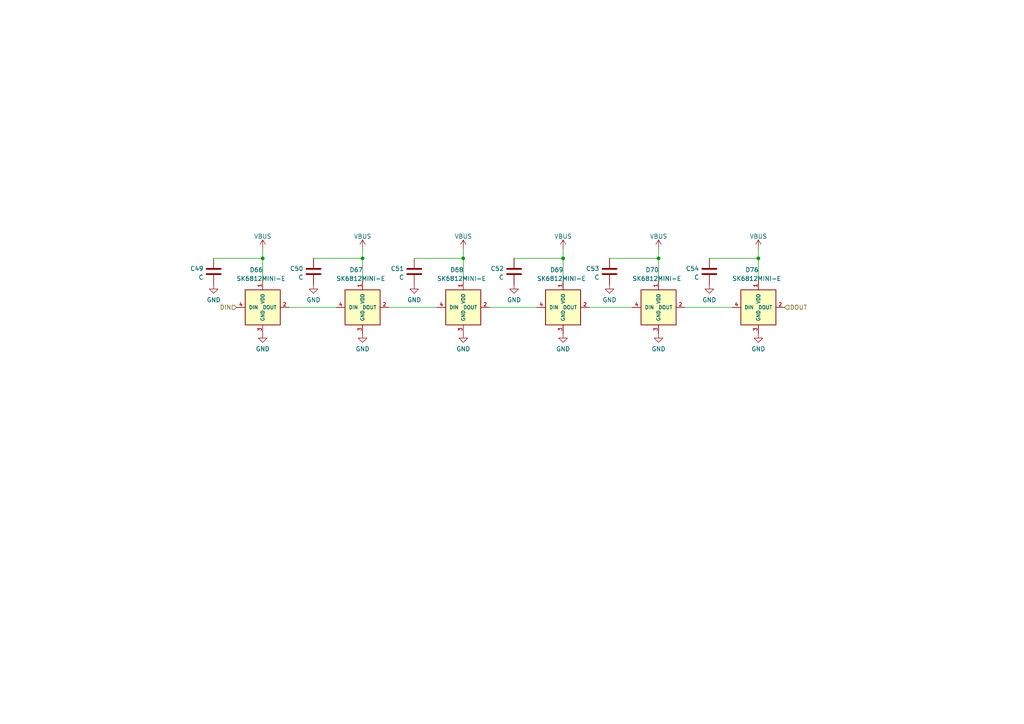
<source format=kicad_sch>
(kicad_sch (version 20230121) (generator eeschema)
  (paper "A4")
  (title_block (title "simplyKeeb-S60") (date "2022-12-18") (rev "2.0") (comment 1 "Designed by Gerrit 'Geaz' Gazic"))
  (lib_symbols
    (symbol "Device:C" (pin_numbers hide) (pin_names (offset 0.254))
      (property "Reference" "C" (at 0.635 2.54 0))
      (property "Value" "C" (at 0.635 -2.54 0))
      (symbol "C_0_1"
        (polyline (pts (xy -2.032 -0.762) (xy 2.032 -0.762)) (stroke (width 0.508)))
        (polyline (pts (xy -2.032 0.762) (xy 2.032 0.762)) (stroke (width 0.508)))
      )
      (symbol "C_1_1"
        (pin passive line (at 0 3.81 270) (length 2.794) (name "~") (number "1"))
        (pin passive line (at 0 -3.81 90) (length 2.794) (name "~") (number "2"))
      )
    )
    (symbol "power:GND" (power) (pin_names (offset 0))
      (property "Value" "GND" (at 0 -3.81 0))
      (symbol "GND_0_1"
        (polyline (pts (xy 0 0) (xy 0 -1.27) (xy 1.27 -1.27) (xy 0 -2.54) (xy -1.27 -1.27) (xy 0 -1.27)))
      )
      (symbol "GND_1_1"
        (pin power_in line (at 0 0 270) (length 0) hide (name "GND") (number "1"))
      )
    )
    (symbol "power:VBUS" (power) (pin_names (offset 0))
      (property "Value" "VBUS" (at 0 3.81 0))
      (symbol "VBUS_0_1"
        (polyline (pts (xy -0.762 1.27) (xy 0 2.54)))
        (polyline (pts (xy 0 0) (xy 0 2.54)))
        (polyline (pts (xy 0 2.54) (xy 0.762 1.27)))
      )
      (symbol "VBUS_1_1"
        (pin power_in line (at 0 0 90) (length 0) hide (name "VBUS") (number "1"))
      )
    )
    (symbol "simplyKeeb:SK6812MINI-E" (pin_names (offset 1.016))
      (property "Reference" "D" (at -3.81 8.89 0))
      (property "Value" "SK6812MINI-E" (at -7.62 6.35 0))
      (symbol "SK6812MINI-E_0_0"
        (rectangle (start -5.08 3.81) (end 5.08 -6.35) (stroke (width 0.254)) (fill (type background)))
        (pin power_in line (at 0 6.35 270) (length 2.54) (name "VDD") (number "1"))
        (pin output line (at 7.62 -1.27 180) (length 2.54) (name "DOUT") (number "2"))
        (pin power_in line (at 0 -8.89 90) (length 2.54) (name "GND") (number "3"))
        (pin input line (at -7.62 -1.27 0) (length 2.54) (name "DIN") (number "4"))
      )
    )
  )
  (junction (at 134.366 74.93))
  (junction (at 219.964 74.93))
  (junction (at 191.008 74.93))
  (junction (at 76.2 74.93))
  (junction (at 163.322 74.93))
  (junction (at 105.156 74.93))
  (wire (pts (xy 76.2 74.93) (xy 76.2 81.534)))
  (wire (pts (xy 191.008 72.136) (xy 191.008 74.93)))
  (wire (pts (xy 219.964 72.136) (xy 219.964 74.93)))
  (wire (pts (xy 76.2 72.136) (xy 76.2 74.93)))
  (wire (pts (xy 105.156 72.136) (xy 105.156 74.93)))
  (wire (pts (xy 170.942 89.154) (xy 183.388 89.154)))
  (wire (pts (xy 76.2 74.93) (xy 61.976 74.93)))
  (wire (pts (xy 105.156 74.93) (xy 90.932 74.93)))
  (wire (pts (xy 134.366 74.93) (xy 134.366 81.534)))
  (wire (pts (xy 219.964 74.93) (xy 205.74 74.93)))
  (wire (pts (xy 198.628 89.154) (xy 212.344 89.154)))
  (wire (pts (xy 134.366 74.93) (xy 120.142 74.93)))
  (wire (pts (xy 219.964 74.93) (xy 219.964 81.534)))
  (wire (pts (xy 191.008 74.93) (xy 176.784 74.93)))
  (wire (pts (xy 191.008 74.93) (xy 191.008 81.534)))
  (wire (pts (xy 105.156 74.93) (xy 105.156 81.534)))
  (wire (pts (xy 83.82 89.154) (xy 97.536 89.154)))
  (wire (pts (xy 112.776 89.154) (xy 126.746 89.154)))
  (wire (pts (xy 163.322 74.93) (xy 149.098 74.93)))
  (wire (pts (xy 163.322 72.136) (xy 163.322 74.93)))
  (wire (pts (xy 163.322 74.93) (xy 163.322 81.534)))
  (wire (pts (xy 134.366 72.136) (xy 134.366 74.93)))
  (wire (pts (xy 141.986 89.154) (xy 155.702 89.154)))
  (hierarchical_label "DIN" (shape input) (at 68.58 89.154 180))
  (hierarchical_label "DOUT" (shape input) (at 227.584 89.154 0))
  (symbol (lib_id "Device:C") (at 120.142 78.74 0) (mirror y) (unit 1)
    (property "Reference" "C51" (at 117.221 77.9053 0) (effects (justify left)))
    (property "Value" "C" (at 117.221 80.4422 0) (effects (justify left)))
    (property "Footprint" "Capacitor_SMD:C_0402_1005Metric" (effects hide))
    (instances (project "simplyKeeb-60K" (path "" (reference "C51") (unit 1)) (path "" (reference "C57") (unit 1)) (path "" (reference "C63") (unit 1)) (path "" (reference "C69") (unit 1)) (path "" (reference "C75") (unit 1)) (path "" (reference "C81") (unit 1)) (path "" (reference "C87") (unit 1)) (path "" (reference "C93") (unit 1)) (path "" (reference "C99") (unit 1)) (path "" (reference "C21") (unit 1)) (path "" (reference "C27") (unit 1)) (path "" (reference "C33") (unit 1)) (path "" (reference "C39") (unit 1)) (path "" (reference "C45") (unit 1)) (path "" (reference "C105") (unit 1)) (path "" (reference "C111") (unit 1)) (path "" (reference "C117") (unit 1)) (path "" (reference "C123") (unit 1))))
  )
  (symbol (lib_id "power:GND") (at 90.932 82.55 0) (unit 1)
    (property "Reference" "#PWR0124" (effects hide))
    (property "Value" "GND" (at 90.932 86.9934 0))
    (instances (project "simplyKeeb-60K" (path "" (reference "#PWR0124") (unit 1)) (path "" (reference "#PWR0142") (unit 1)) (path "" (reference "#PWR0160") (unit 1)) (path "" (reference "#PWR0178") (unit 1)) (path "" (reference "#PWR0196") (unit 1)) (path "" (reference "#PWR0214") (unit 1)) (path "" (reference "#PWR0232") (unit 1)) (path "" (reference "#PWR0250") (unit 1)) (path "" (reference "#PWR0268") (unit 1)) (path "" (reference "#PWR030") (unit 1)) (path "" (reference "#PWR048") (unit 1)) (path "" (reference "#PWR066") (unit 1)) (path "" (reference "#PWR084") (unit 1)) (path "" (reference "#PWR0106") (unit 1)) (path "" (reference "#PWR0286") (unit 1)) (path "" (reference "#PWR0304") (unit 1)) (path "" (reference "#PWR0322") (unit 1)) (path "" (reference "#PWR0340") (unit 1))))
  )
  (symbol (lib_id "simplyKeeb:SK6812MINI-E") (at 191.008 87.884 0) (unit 1)
    (property "Reference" "D70" (at 187.198 78.994 0) (effects (justify left bottom)))
    (property "Value" "SK6812MINI-E" (at 183.388 81.534 0) (effects (justify left bottom)))
    (property "Footprint" "simplyKeeb:MX_SK6812MINI-E" (effects hide))
    (instances (project "simplyKeeb-60K" (path "" (reference "D70") (unit 1)) (path "" (reference "D81") (unit 1)) (path "" (reference "D92") (unit 1)) (path "" (reference "D103") (unit 1)) (path "" (reference "D114") (unit 1)) (path "" (reference "D125") (unit 1)) (path "" (reference "D131") (unit 1)) (path "" (reference "D137") (unit 1)) (path "" (reference "D143") (unit 1)) (path "" (reference "D5") (unit 1)) (path "" (reference "D21") (unit 1)) (path "" (reference "D32") (unit 1)) (path "" (reference "D43") (unit 1)) (path "" (reference "D54") (unit 1)) (path "" (reference "D149") (unit 1)) (path "" (reference "D155") (unit 1)) (path "" (reference "D161") (unit 1)) (path "" (reference "D167") (unit 1))))
  )
  (symbol (lib_id "power:VBUS") (at 163.322 72.136 0) (unit 1)
    (property "Reference" "#PWR0131" (effects hide))
    (property "Value" "VBUS" (at 163.322 68.5602 0))
    (instances (project "simplyKeeb-60K" (path "" (reference "#PWR0131") (unit 1)) (path "" (reference "#PWR0149") (unit 1)) (path "" (reference "#PWR0167") (unit 1)) (path "" (reference "#PWR0185") (unit 1)) (path "" (reference "#PWR0203") (unit 1)) (path "" (reference "#PWR0221") (unit 1)) (path "" (reference "#PWR0239") (unit 1)) (path "" (reference "#PWR0257") (unit 1)) (path "" (reference "#PWR0275") (unit 1)) (path "" (reference "#PWR037") (unit 1)) (path "" (reference "#PWR055") (unit 1)) (path "" (reference "#PWR073") (unit 1)) (path "" (reference "#PWR091") (unit 1)) (path "" (reference "#PWR0113") (unit 1)) (path "" (reference "#PWR0293") (unit 1)) (path "" (reference "#PWR0311") (unit 1)) (path "" (reference "#PWR0329") (unit 1)) (path "" (reference "#PWR0347") (unit 1))))
  )
  (symbol (lib_id "power:VBUS") (at 105.156 72.136 0) (unit 1)
    (property "Reference" "#PWR0125" (effects hide))
    (property "Value" "VBUS" (at 105.156 68.5602 0))
    (instances (project "simplyKeeb-60K" (path "" (reference "#PWR0125") (unit 1)) (path "" (reference "#PWR0143") (unit 1)) (path "" (reference "#PWR0161") (unit 1)) (path "" (reference "#PWR0179") (unit 1)) (path "" (reference "#PWR0197") (unit 1)) (path "" (reference "#PWR0215") (unit 1)) (path "" (reference "#PWR0233") (unit 1)) (path "" (reference "#PWR0251") (unit 1)) (path "" (reference "#PWR0269") (unit 1)) (path "" (reference "#PWR031") (unit 1)) (path "" (reference "#PWR049") (unit 1)) (path "" (reference "#PWR067") (unit 1)) (path "" (reference "#PWR085") (unit 1)) (path "" (reference "#PWR0107") (unit 1)) (path "" (reference "#PWR0287") (unit 1)) (path "" (reference "#PWR0305") (unit 1)) (path "" (reference "#PWR0323") (unit 1)) (path "" (reference "#PWR0341") (unit 1))))
  )
  (symbol (lib_id "simplyKeeb:SK6812MINI-E") (at 163.322 87.884 0) (unit 1)
    (property "Reference" "D69" (at 159.512 78.994 0) (effects (justify left bottom)))
    (property "Value" "SK6812MINI-E" (at 155.702 81.534 0) (effects (justify left bottom)))
    (property "Footprint" "simplyKeeb:MX_SK6812MINI-E" (effects hide))
    (instances (project "simplyKeeb-60K" (path "" (reference "D69") (unit 1)) (path "" (reference "D80") (unit 1)) (path "" (reference "D91") (unit 1)) (path "" (reference "D102") (unit 1)) (path "" (reference "D113") (unit 1)) (path "" (reference "D124") (unit 1)) (path "" (reference "D130") (unit 1)) (path "" (reference "D136") (unit 1)) (path "" (reference "D142") (unit 1)) (path "" (reference "D4") (unit 1)) (path "" (reference "D15") (unit 1)) (path "" (reference "D31") (unit 1)) (path "" (reference "D42") (unit 1)) (path "" (reference "D53") (unit 1)) (path "" (reference "D148") (unit 1)) (path "" (reference "D154") (unit 1)) (path "" (reference "D160") (unit 1)) (path "" (reference "D166") (unit 1))))
  )
  (symbol (lib_id "Device:C") (at 176.784 78.74 0) (mirror y) (unit 1)
    (property "Reference" "C53" (at 173.863 77.9053 0) (effects (justify left)))
    (property "Value" "C" (at 173.863 80.4422 0) (effects (justify left)))
    (property "Footprint" "Capacitor_SMD:C_0402_1005Metric" (effects hide))
    (instances (project "simplyKeeb-60K" (path "" (reference "C53") (unit 1)) (path "" (reference "C59") (unit 1)) (path "" (reference "C65") (unit 1)) (path "" (reference "C71") (unit 1)) (path "" (reference "C77") (unit 1)) (path "" (reference "C83") (unit 1)) (path "" (reference "C89") (unit 1)) (path "" (reference "C95") (unit 1)) (path "" (reference "C101") (unit 1)) (path "" (reference "C23") (unit 1)) (path "" (reference "C29") (unit 1)) (path "" (reference "C35") (unit 1)) (path "" (reference "C41") (unit 1)) (path "" (reference "C47") (unit 1)) (path "" (reference "C107") (unit 1)) (path "" (reference "C113") (unit 1)) (path "" (reference "C119") (unit 1)) (path "" (reference "C125") (unit 1))))
  )
  (symbol (lib_id "power:GND") (at 205.74 82.55 0) (unit 1)
    (property "Reference" "#PWR0136" (effects hide))
    (property "Value" "GND" (at 205.74 86.9934 0))
    (instances (project "simplyKeeb-60K" (path "" (reference "#PWR0136") (unit 1)) (path "" (reference "#PWR0154") (unit 1)) (path "" (reference "#PWR0172") (unit 1)) (path "" (reference "#PWR0190") (unit 1)) (path "" (reference "#PWR0208") (unit 1)) (path "" (reference "#PWR0226") (unit 1)) (path "" (reference "#PWR0244") (unit 1)) (path "" (reference "#PWR0262") (unit 1)) (path "" (reference "#PWR0280") (unit 1)) (path "" (reference "#PWR042") (unit 1)) (path "" (reference "#PWR060") (unit 1)) (path "" (reference "#PWR078") (unit 1)) (path "" (reference "#PWR096") (unit 1)) (path "" (reference "#PWR0118") (unit 1)) (path "" (reference "#PWR0298") (unit 1)) (path "" (reference "#PWR0316") (unit 1)) (path "" (reference "#PWR0334") (unit 1)) (path "" (reference "#PWR0352") (unit 1))))
  )
  (symbol (lib_id "power:GND") (at 105.156 96.774 0) (unit 1)
    (property "Reference" "#PWR0126" (effects hide))
    (property "Value" "GND" (at 105.156 101.2174 0))
    (instances (project "simplyKeeb-60K" (path "" (reference "#PWR0126") (unit 1)) (path "" (reference "#PWR0144") (unit 1)) (path "" (reference "#PWR0162") (unit 1)) (path "" (reference "#PWR0180") (unit 1)) (path "" (reference "#PWR0198") (unit 1)) (path "" (reference "#PWR0216") (unit 1)) (path "" (reference "#PWR0234") (unit 1)) (path "" (reference "#PWR0252") (unit 1)) (path "" (reference "#PWR0270") (unit 1)) (path "" (reference "#PWR032") (unit 1)) (path "" (reference "#PWR050") (unit 1)) (path "" (reference "#PWR068") (unit 1)) (path "" (reference "#PWR086") (unit 1)) (path "" (reference "#PWR0108") (unit 1)) (path "" (reference "#PWR0288") (unit 1)) (path "" (reference "#PWR0306") (unit 1)) (path "" (reference "#PWR0324") (unit 1)) (path "" (reference "#PWR0342") (unit 1))))
  )
  (symbol (lib_id "power:GND") (at 76.2 96.774 0) (unit 1)
    (property "Reference" "#PWR0123" (effects hide))
    (property "Value" "GND" (at 76.2 101.2174 0))
    (instances (project "simplyKeeb-60K" (path "" (reference "#PWR0123") (unit 1)) (path "" (reference "#PWR0141") (unit 1)) (path "" (reference "#PWR0159") (unit 1)) (path "" (reference "#PWR0177") (unit 1)) (path "" (reference "#PWR0195") (unit 1)) (path "" (reference "#PWR0213") (unit 1)) (path "" (reference "#PWR0231") (unit 1)) (path "" (reference "#PWR0249") (unit 1)) (path "" (reference "#PWR0267") (unit 1)) (path "" (reference "#PWR029") (unit 1)) (path "" (reference "#PWR047") (unit 1)) (path "" (reference "#PWR065") (unit 1)) (path "" (reference "#PWR083") (unit 1)) (path "" (reference "#PWR0105") (unit 1)) (path "" (reference "#PWR0285") (unit 1)) (path "" (reference "#PWR0303") (unit 1)) (path "" (reference "#PWR0321") (unit 1)) (path "" (reference "#PWR0339") (unit 1))))
  )
  (symbol (lib_id "power:GND") (at 176.784 82.55 0) (unit 1)
    (property "Reference" "#PWR0133" (effects hide))
    (property "Value" "GND" (at 176.784 86.9934 0))
    (instances (project "simplyKeeb-60K" (path "" (reference "#PWR0133") (unit 1)) (path "" (reference "#PWR0151") (unit 1)) (path "" (reference "#PWR0169") (unit 1)) (path "" (reference "#PWR0187") (unit 1)) (path "" (reference "#PWR0205") (unit 1)) (path "" (reference "#PWR0223") (unit 1)) (path "" (reference "#PWR0241") (unit 1)) (path "" (reference "#PWR0259") (unit 1)) (path "" (reference "#PWR0277") (unit 1)) (path "" (reference "#PWR039") (unit 1)) (path "" (reference "#PWR057") (unit 1)) (path "" (reference "#PWR075") (unit 1)) (path "" (reference "#PWR093") (unit 1)) (path "" (reference "#PWR0115") (unit 1)) (path "" (reference "#PWR0295") (unit 1)) (path "" (reference "#PWR0313") (unit 1)) (path "" (reference "#PWR0331") (unit 1)) (path "" (reference "#PWR0349") (unit 1))))
  )
  (symbol (lib_id "simplyKeeb:SK6812MINI-E") (at 219.964 87.884 0) (unit 1)
    (property "Reference" "D76" (at 216.154 78.994 0) (effects (justify left bottom)))
    (property "Value" "SK6812MINI-E" (at 212.344 81.534 0) (effects (justify left bottom)))
    (property "Footprint" "simplyKeeb:MX_SK6812MINI-E" (effects hide))
    (instances (project "simplyKeeb-60K" (path "" (reference "D76") (unit 1)) (path "" (reference "D82") (unit 1)) (path "" (reference "D93") (unit 1)) (path "" (reference "D104") (unit 1)) (path "" (reference "D115") (unit 1)) (path "" (reference "D126") (unit 1)) (path "" (reference "D132") (unit 1)) (path "" (reference "D138") (unit 1)) (path "" (reference "D144") (unit 1)) (path "" (reference "D11") (unit 1)) (path "" (reference "D22") (unit 1)) (path "" (reference "D33") (unit 1)) (path "" (reference "D44") (unit 1)) (path "" (reference "D55") (unit 1)) (path "" (reference "D150") (unit 1)) (path "" (reference "D156") (unit 1)) (path "" (reference "D162") (unit 1)) (path "" (reference "D168") (unit 1))))
  )
  (symbol (lib_id "power:GND") (at 61.976 82.55 0) (unit 1)
    (property "Reference" "#PWR0121" (effects hide))
    (property "Value" "GND" (at 61.976 86.9934 0))
    (instances (project "simplyKeeb-60K" (path "" (reference "#PWR0121") (unit 1)) (path "" (reference "#PWR0139") (unit 1)) (path "" (reference "#PWR0157") (unit 1)) (path "" (reference "#PWR0175") (unit 1)) (path "" (reference "#PWR0193") (unit 1)) (path "" (reference "#PWR0211") (unit 1)) (path "" (reference "#PWR0229") (unit 1)) (path "" (reference "#PWR0247") (unit 1)) (path "" (reference "#PWR0265") (unit 1)) (path "" (reference "#PWR014") (unit 1)) (path "" (reference "#PWR045") (unit 1)) (path "" (reference "#PWR063") (unit 1)) (path "" (reference "#PWR081") (unit 1)) (path "" (reference "#PWR099") (unit 1)) (path "" (reference "#PWR0283") (unit 1)) (path "" (reference "#PWR0301") (unit 1)) (path "" (reference "#PWR0319") (unit 1)) (path "" (reference "#PWR0337") (unit 1))))
  )
  (symbol (lib_id "power:GND") (at 120.142 82.55 0) (unit 1)
    (property "Reference" "#PWR0127" (effects hide))
    (property "Value" "GND" (at 120.142 86.9934 0))
    (instances (project "simplyKeeb-60K" (path "" (reference "#PWR0127") (unit 1)) (path "" (reference "#PWR0145") (unit 1)) (path "" (reference "#PWR0163") (unit 1)) (path "" (reference "#PWR0181") (unit 1)) (path "" (reference "#PWR0199") (unit 1)) (path "" (reference "#PWR0217") (unit 1)) (path "" (reference "#PWR0235") (unit 1)) (path "" (reference "#PWR0253") (unit 1)) (path "" (reference "#PWR0271") (unit 1)) (path "" (reference "#PWR033") (unit 1)) (path "" (reference "#PWR051") (unit 1)) (path "" (reference "#PWR069") (unit 1)) (path "" (reference "#PWR087") (unit 1)) (path "" (reference "#PWR0109") (unit 1)) (path "" (reference "#PWR0289") (unit 1)) (path "" (reference "#PWR0307") (unit 1)) (path "" (reference "#PWR0325") (unit 1)) (path "" (reference "#PWR0343") (unit 1))))
  )
  (symbol (lib_id "power:GND") (at 191.008 96.774 0) (unit 1)
    (property "Reference" "#PWR0135" (effects hide))
    (property "Value" "GND" (at 191.008 101.2174 0))
    (instances (project "simplyKeeb-60K" (path "" (reference "#PWR0135") (unit 1)) (path "" (reference "#PWR0153") (unit 1)) (path "" (reference "#PWR0171") (unit 1)) (path "" (reference "#PWR0189") (unit 1)) (path "" (reference "#PWR0207") (unit 1)) (path "" (reference "#PWR0225") (unit 1)) (path "" (reference "#PWR0243") (unit 1)) (path "" (reference "#PWR0261") (unit 1)) (path "" (reference "#PWR0279") (unit 1)) (path "" (reference "#PWR041") (unit 1)) (path "" (reference "#PWR059") (unit 1)) (path "" (reference "#PWR077") (unit 1)) (path "" (reference "#PWR095") (unit 1)) (path "" (reference "#PWR0117") (unit 1)) (path "" (reference "#PWR0297") (unit 1)) (path "" (reference "#PWR0315") (unit 1)) (path "" (reference "#PWR0333") (unit 1)) (path "" (reference "#PWR0351") (unit 1))))
  )
  (symbol (lib_id "Device:C") (at 61.976 78.74 0) (mirror y) (unit 1)
    (property "Reference" "C49" (at 59.055 77.9053 0) (effects (justify left)))
    (property "Value" "C" (at 59.055 80.4422 0) (effects (justify left)))
    (property "Footprint" "Capacitor_SMD:C_0402_1005Metric" (effects hide))
    (instances (project "simplyKeeb-60K" (path "" (reference "C49") (unit 1)) (path "" (reference "C55") (unit 1)) (path "" (reference "C61") (unit 1)) (path "" (reference "C67") (unit 1)) (path "" (reference "C73") (unit 1)) (path "" (reference "C79") (unit 1)) (path "" (reference "C85") (unit 1)) (path "" (reference "C91") (unit 1)) (path "" (reference "C97") (unit 1)) (path "" (reference "C19") (unit 1)) (path "" (reference "C25") (unit 1)) (path "" (reference "C31") (unit 1)) (path "" (reference "C37") (unit 1)) (path "" (reference "C43") (unit 1)) (path "" (reference "C103") (unit 1)) (path "" (reference "C109") (unit 1)) (path "" (reference "C115") (unit 1)) (path "" (reference "C121") (unit 1))))
  )
  (symbol (lib_id "Device:C") (at 149.098 78.74 0) (mirror y) (unit 1)
    (property "Reference" "C52" (at 146.177 77.9053 0) (effects (justify left)))
    (property "Value" "C" (at 146.177 80.4422 0) (effects (justify left)))
    (property "Footprint" "Capacitor_SMD:C_0402_1005Metric" (effects hide))
    (instances (project "simplyKeeb-60K" (path "" (reference "C52") (unit 1)) (path "" (reference "C58") (unit 1)) (path "" (reference "C64") (unit 1)) (path "" (reference "C70") (unit 1)) (path "" (reference "C76") (unit 1)) (path "" (reference "C82") (unit 1)) (path "" (reference "C88") (unit 1)) (path "" (reference "C94") (unit 1)) (path "" (reference "C100") (unit 1)) (path "" (reference "C22") (unit 1)) (path "" (reference "C28") (unit 1)) (path "" (reference "C34") (unit 1)) (path "" (reference "C40") (unit 1)) (path "" (reference "C46") (unit 1)) (path "" (reference "C106") (unit 1)) (path "" (reference "C112") (unit 1)) (path "" (reference "C118") (unit 1)) (path "" (reference "C124") (unit 1))))
  )
  (symbol (lib_id "power:VBUS") (at 191.008 72.136 0) (unit 1)
    (property "Reference" "#PWR0134" (effects hide))
    (property "Value" "VBUS" (at 191.008 68.5602 0))
    (instances (project "simplyKeeb-60K" (path "" (reference "#PWR0134") (unit 1)) (path "" (reference "#PWR0152") (unit 1)) (path "" (reference "#PWR0170") (unit 1)) (path "" (reference "#PWR0188") (unit 1)) (path "" (reference "#PWR0206") (unit 1)) (path "" (reference "#PWR0224") (unit 1)) (path "" (reference "#PWR0242") (unit 1)) (path "" (reference "#PWR0260") (unit 1)) (path "" (reference "#PWR0278") (unit 1)) (path "" (reference "#PWR040") (unit 1)) (path "" (reference "#PWR058") (unit 1)) (path "" (reference "#PWR076") (unit 1)) (path "" (reference "#PWR094") (unit 1)) (path "" (reference "#PWR0116") (unit 1)) (path "" (reference "#PWR0296") (unit 1)) (path "" (reference "#PWR0314") (unit 1)) (path "" (reference "#PWR0332") (unit 1)) (path "" (reference "#PWR0350") (unit 1))))
  )
  (symbol (lib_id "Device:C") (at 90.932 78.74 0) (mirror y) (unit 1)
    (property "Reference" "C50" (at 88.011 77.9053 0) (effects (justify left)))
    (property "Value" "C" (at 88.011 80.4422 0) (effects (justify left)))
    (property "Footprint" "Capacitor_SMD:C_0402_1005Metric" (effects hide))
    (instances (project "simplyKeeb-60K" (path "" (reference "C50") (unit 1)) (path "" (reference "C56") (unit 1)) (path "" (reference "C62") (unit 1)) (path "" (reference "C68") (unit 1)) (path "" (reference "C74") (unit 1)) (path "" (reference "C80") (unit 1)) (path "" (reference "C86") (unit 1)) (path "" (reference "C92") (unit 1)) (path "" (reference "C98") (unit 1)) (path "" (reference "C20") (unit 1)) (path "" (reference "C26") (unit 1)) (path "" (reference "C32") (unit 1)) (path "" (reference "C38") (unit 1)) (path "" (reference "C44") (unit 1)) (path "" (reference "C104") (unit 1)) (path "" (reference "C110") (unit 1)) (path "" (reference "C116") (unit 1)) (path "" (reference "C122") (unit 1))))
  )
  (symbol (lib_id "Device:C") (at 205.74 78.74 0) (mirror y) (unit 1)
    (property "Reference" "C54" (at 202.819 77.9053 0) (effects (justify left)))
    (property "Value" "C" (at 202.819 80.4422 0) (effects (justify left)))
    (property "Footprint" "Capacitor_SMD:C_0402_1005Metric" (effects hide))
    (instances (project "simplyKeeb-60K" (path "" (reference "C54") (unit 1)) (path "" (reference "C60") (unit 1)) (path "" (reference "C66") (unit 1)) (path "" (reference "C72") (unit 1)) (path "" (reference "C78") (unit 1)) (path "" (reference "C84") (unit 1)) (path "" (reference "C90") (unit 1)) (path "" (reference "C96") (unit 1)) (path "" (reference "C102") (unit 1)) (path "" (reference "C24") (unit 1)) (path "" (reference "C30") (unit 1)) (path "" (reference "C36") (unit 1)) (path "" (reference "C42") (unit 1)) (path "" (reference "C48") (unit 1)) (path "" (reference "C108") (unit 1)) (path "" (reference "C114") (unit 1)) (path "" (reference "C120") (unit 1)) (path "" (reference "C126") (unit 1))))
  )
  (symbol (lib_id "power:VBUS") (at 76.2 72.136 0) (unit 1)
    (property "Reference" "#PWR0122" (effects hide))
    (property "Value" "VBUS" (at 76.2 68.5602 0))
    (instances (project "simplyKeeb-60K" (path "" (reference "#PWR0122") (unit 1)) (path "" (reference "#PWR0140") (unit 1)) (path "" (reference "#PWR0158") (unit 1)) (path "" (reference "#PWR0176") (unit 1)) (path "" (reference "#PWR0194") (unit 1)) (path "" (reference "#PWR0212") (unit 1)) (path "" (reference "#PWR0230") (unit 1)) (path "" (reference "#PWR0248") (unit 1)) (path "" (reference "#PWR0266") (unit 1)) (path "" (reference "#PWR028") (unit 1)) (path "" (reference "#PWR046") (unit 1)) (path "" (reference "#PWR064") (unit 1)) (path "" (reference "#PWR082") (unit 1)) (path "" (reference "#PWR0100") (unit 1)) (path "" (reference "#PWR0284") (unit 1)) (path "" (reference "#PWR0302") (unit 1)) (path "" (reference "#PWR0320") (unit 1)) (path "" (reference "#PWR0338") (unit 1))))
  )
  (symbol (lib_id "power:GND") (at 134.366 96.774 0) (unit 1)
    (property "Reference" "#PWR0129" (effects hide))
    (property "Value" "GND" (at 134.366 101.2174 0))
    (instances (project "simplyKeeb-60K" (path "" (reference "#PWR0129") (unit 1)) (path "" (reference "#PWR0147") (unit 1)) (path "" (reference "#PWR0165") (unit 1)) (path "" (reference "#PWR0183") (unit 1)) (path "" (reference "#PWR0201") (unit 1)) (path "" (reference "#PWR0219") (unit 1)) (path "" (reference "#PWR0237") (unit 1)) (path "" (reference "#PWR0255") (unit 1)) (path "" (reference "#PWR0273") (unit 1)) (path "" (reference "#PWR035") (unit 1)) (path "" (reference "#PWR053") (unit 1)) (path "" (reference "#PWR071") (unit 1)) (path "" (reference "#PWR089") (unit 1)) (path "" (reference "#PWR0111") (unit 1)) (path "" (reference "#PWR0291") (unit 1)) (path "" (reference "#PWR0309") (unit 1)) (path "" (reference "#PWR0327") (unit 1)) (path "" (reference "#PWR0345") (unit 1))))
  )
  (symbol (lib_id "power:GND") (at 219.964 96.774 0) (unit 1)
    (property "Reference" "#PWR0138" (effects hide))
    (property "Value" "GND" (at 219.964 101.2174 0))
    (instances (project "simplyKeeb-60K" (path "" (reference "#PWR0138") (unit 1)) (path "" (reference "#PWR0156") (unit 1)) (path "" (reference "#PWR0174") (unit 1)) (path "" (reference "#PWR0192") (unit 1)) (path "" (reference "#PWR0210") (unit 1)) (path "" (reference "#PWR0228") (unit 1)) (path "" (reference "#PWR0246") (unit 1)) (path "" (reference "#PWR0264") (unit 1)) (path "" (reference "#PWR0282") (unit 1)) (path "" (reference "#PWR044") (unit 1)) (path "" (reference "#PWR062") (unit 1)) (path "" (reference "#PWR080") (unit 1)) (path "" (reference "#PWR098") (unit 1)) (path "" (reference "#PWR0120") (unit 1)) (path "" (reference "#PWR0300") (unit 1)) (path "" (reference "#PWR0318") (unit 1)) (path "" (reference "#PWR0336") (unit 1)) (path "" (reference "#PWR0354") (unit 1))))
  )
  (symbol (lib_id "power:GND") (at 163.322 96.774 0) (unit 1)
    (property "Reference" "#PWR0132" (effects hide))
    (property "Value" "GND" (at 163.322 101.2174 0))
    (instances (project "simplyKeeb-60K" (path "" (reference "#PWR0132") (unit 1)) (path "" (reference "#PWR0150") (unit 1)) (path "" (reference "#PWR0168") (unit 1)) (path "" (reference "#PWR0186") (unit 1)) (path "" (reference "#PWR0204") (unit 1)) (path "" (reference "#PWR0222") (unit 1)) (path "" (reference "#PWR0240") (unit 1)) (path "" (reference "#PWR0258") (unit 1)) (path "" (reference "#PWR0276") (unit 1)) (path "" (reference "#PWR038") (unit 1)) (path "" (reference "#PWR056") (unit 1)) (path "" (reference "#PWR074") (unit 1)) (path "" (reference "#PWR092") (unit 1)) (path "" (reference "#PWR0114") (unit 1)) (path "" (reference "#PWR0294") (unit 1)) (path "" (reference "#PWR0312") (unit 1)) (path "" (reference "#PWR0330") (unit 1)) (path "" (reference "#PWR0348") (unit 1))))
  )
  (symbol (lib_id "power:VBUS") (at 134.366 72.136 0) (unit 1)
    (property "Reference" "#PWR0128" (effects hide))
    (property "Value" "VBUS" (at 134.366 68.5602 0))
    (instances (project "simplyKeeb-60K" (path "" (reference "#PWR0128") (unit 1)) (path "" (reference "#PWR0146") (unit 1)) (path "" (reference "#PWR0164") (unit 1)) (path "" (reference "#PWR0182") (unit 1)) (path "" (reference "#PWR0200") (unit 1)) (path "" (reference "#PWR0218") (unit 1)) (path "" (reference "#PWR0236") (unit 1)) (path "" (reference "#PWR0254") (unit 1)) (path "" (reference "#PWR0272") (unit 1)) (path "" (reference "#PWR034") (unit 1)) (path "" (reference "#PWR052") (unit 1)) (path "" (reference "#PWR070") (unit 1)) (path "" (reference "#PWR088") (unit 1)) (path "" (reference "#PWR0110") (unit 1)) (path "" (reference "#PWR0290") (unit 1)) (path "" (reference "#PWR0308") (unit 1)) (path "" (reference "#PWR0326") (unit 1)) (path "" (reference "#PWR0344") (unit 1))))
  )
  (symbol (lib_id "power:GND") (at 149.098 82.55 0) (unit 1)
    (property "Reference" "#PWR0130" (effects hide))
    (property "Value" "GND" (at 149.098 86.9934 0))
    (instances (project "simplyKeeb-60K" (path "" (reference "#PWR0130") (unit 1)) (path "" (reference "#PWR0148") (unit 1)) (path "" (reference "#PWR0166") (unit 1)) (path "" (reference "#PWR0184") (unit 1)) (path "" (reference "#PWR0202") (unit 1)) (path "" (reference "#PWR0220") (unit 1)) (path "" (reference "#PWR0238") (unit 1)) (path "" (reference "#PWR0256") (unit 1)) (path "" (reference "#PWR0274") (unit 1)) (path "" (reference "#PWR036") (unit 1)) (path "" (reference "#PWR054") (unit 1)) (path "" (reference "#PWR072") (unit 1)) (path "" (reference "#PWR090") (unit 1)) (path "" (reference "#PWR0112") (unit 1)) (path "" (reference "#PWR0292") (unit 1)) (path "" (reference "#PWR0310") (unit 1)) (path "" (reference "#PWR0328") (unit 1)) (path "" (reference "#PWR0346") (unit 1))))
  )
  (symbol (lib_id "simplyKeeb:SK6812MINI-E") (at 105.156 87.884 0) (unit 1)
    (property "Reference" "D67" (at 101.346 78.994 0) (effects (justify left bottom)))
    (property "Value" "SK6812MINI-E" (at 97.536 81.534 0) (effects (justify left bottom)))
    (property "Footprint" "simplyKeeb:MX_SK6812MINI-E" (effects hide))
    (instances (project "simplyKeeb-60K" (path "" (reference "D67") (unit 1)) (path "" (reference "D78") (unit 1)) (path "" (reference "D84") (unit 1)) (path "" (reference "D95") (unit 1)) (path "" (reference "D111") (unit 1)) (path "" (reference "D122") (unit 1)) (path "" (reference "D128") (unit 1)) (path "" (reference "D134") (unit 1)) (path "" (reference "D140") (unit 1)) (path "" (reference "D2") (unit 1)) (path "" (reference "D13") (unit 1)) (path "" (reference "D24") (unit 1)) (path "" (reference "D35") (unit 1)) (path "" (reference "D51") (unit 1)) (path "" (reference "D146") (unit 1)) (path "" (reference "D152") (unit 1)) (path "" (reference "D158") (unit 1)) (path "" (reference "D164") (unit 1))))
  )
  (symbol (lib_id "simplyKeeb:SK6812MINI-E") (at 134.366 87.884 0) (unit 1)
    (property "Reference" "D68" (at 130.556 78.994 0) (effects (justify left bottom)))
    (property "Value" "SK6812MINI-E" (at 126.746 81.534 0) (effects (justify left bottom)))
    (property "Footprint" "simplyKeeb:MX_SK6812MINI-E" (effects hide))
    (instances (project "simplyKeeb-60K" (path "" (reference "D68") (unit 1)) (path "" (reference "D79") (unit 1)) (path "" (reference "D85") (unit 1)) (path "" (reference "D101") (unit 1)) (path "" (reference "D112") (unit 1)) (path "" (reference "D123") (unit 1)) (path "" (reference "D129") (unit 1)) (path "" (reference "D135") (unit 1)) (path "" (reference "D141") (unit 1)) (path "" (reference "D3") (unit 1)) (path "" (reference "D14") (unit 1)) (path "" (reference "D25") (unit 1)) (path "" (reference "D41") (unit 1)) (path "" (reference "D52") (unit 1)) (path "" (reference "D147") (unit 1)) (path "" (reference "D153") (unit 1)) (path "" (reference "D159") (unit 1)) (path "" (reference "D165") (unit 1))))
  )
  (symbol (lib_id "simplyKeeb:SK6812MINI-E") (at 76.2 87.884 0) (unit 1)
    (property "Reference" "D66" (at 72.39 78.994 0) (effects (justify left bottom)))
    (property "Value" "SK6812MINI-E" (at 68.58 81.534 0) (effects (justify left bottom)))
    (property "Footprint" "simplyKeeb:MX_SK6812MINI-E" (effects hide))
    (instances (project "simplyKeeb-60K" (path "" (reference "D66") (unit 1)) (path "" (reference "D77") (unit 1)) (path "" (reference "D83") (unit 1)) (path "" (reference "D94") (unit 1)) (path "" (reference "D105") (unit 1)) (path "" (reference "D121") (unit 1)) (path "" (reference "D127") (unit 1)) (path "" (reference "D133") (unit 1)) (path "" (reference "D139") (unit 1)) (path "" (reference "D1") (unit 1)) (path "" (reference "D12") (unit 1)) (path "" (reference "D23") (unit 1)) (path "" (reference "D34") (unit 1)) (path "" (reference "D45") (unit 1)) (path "" (reference "D145") (unit 1)) (path "" (reference "D151") (unit 1)) (path "" (reference "D157") (unit 1)) (path "" (reference "D163") (unit 1))))
  )
  (symbol (lib_id "power:VBUS") (at 219.964 72.136 0) (unit 1)
    (property "Reference" "#PWR0137" (effects hide))
    (property "Value" "VBUS" (at 219.964 68.5602 0))
    (instances (project "simplyKeeb-60K" (path "" (reference "#PWR0137") (unit 1)) (path "" (reference "#PWR0155") (unit 1)) (path "" (reference "#PWR0173") (unit 1)) (path "" (reference "#PWR0191") (unit 1)) (path "" (reference "#PWR0209") (unit 1)) (path "" (reference "#PWR0227") (unit 1)) (path "" (reference "#PWR0245") (unit 1)) (path "" (reference "#PWR0263") (unit 1)) (path "" (reference "#PWR0281") (unit 1)) (path "" (reference "#PWR043") (unit 1)) (path "" (reference "#PWR061") (unit 1)) (path "" (reference "#PWR079") (unit 1)) (path "" (reference "#PWR097") (unit 1)) (path "" (reference "#PWR0119") (unit 1)) (path "" (reference "#PWR0299") (unit 1)) (path "" (reference "#PWR0317") (unit 1)) (path "" (reference "#PWR0335") (unit 1)) (path "" (reference "#PWR0353") (unit 1))))
  )
)
</source>
